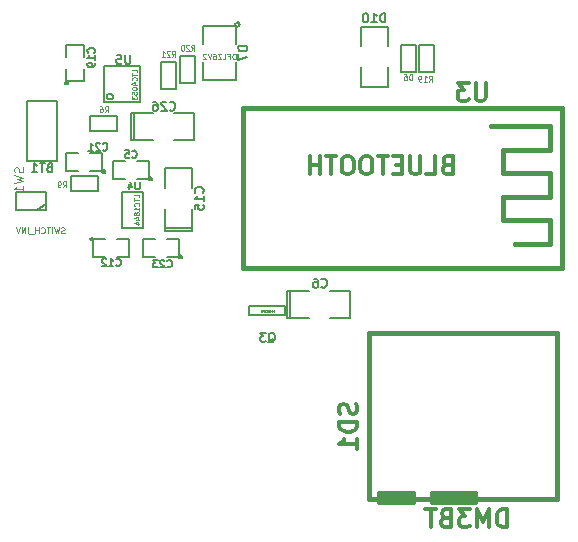
<source format=gbo>
G04 (created by PCBNEW-RS274X (2012-jan-04)-stable) date lun 03 giu 2013 23:00:55 CEST*
G01*
G70*
G90*
%MOIN*%
G04 Gerber Fmt 3.4, Leading zero omitted, Abs format*
%FSLAX34Y34*%
G04 APERTURE LIST*
%ADD10C,0.006000*%
%ADD11C,0.005000*%
%ADD12C,0.015000*%
%ADD13C,0.008000*%
%ADD14C,0.004500*%
%ADD15C,0.012000*%
%ADD16C,0.004100*%
%ADD17C,0.007500*%
%ADD18C,0.001600*%
%ADD19C,0.002200*%
%ADD20C,0.004600*%
%ADD21C,0.003000*%
G04 APERTURE END LIST*
G54D10*
G54D11*
X08883Y-07284D02*
X07983Y-07284D01*
X07983Y-07284D02*
X07983Y-07784D01*
X07983Y-07784D02*
X08883Y-07784D01*
X08883Y-07784D02*
X08883Y-07284D01*
G54D12*
X21739Y-07615D02*
X21345Y-07615D01*
X21739Y-07615D02*
X23314Y-07615D01*
X23314Y-07615D02*
X23314Y-08403D01*
X23314Y-08403D02*
X21739Y-08403D01*
X21739Y-08403D02*
X21739Y-09190D01*
X21739Y-09190D02*
X23314Y-09190D01*
X23314Y-09190D02*
X23314Y-09978D01*
X23314Y-09978D02*
X21739Y-09978D01*
X21739Y-09978D02*
X21739Y-10765D01*
X21739Y-10765D02*
X23314Y-10765D01*
X23314Y-10765D02*
X23314Y-11553D01*
X23314Y-11553D02*
X22133Y-11553D01*
X23707Y-07025D02*
X23707Y-07222D01*
X13076Y-07025D02*
X13076Y-07222D01*
X23708Y-12340D02*
X23708Y-07222D01*
X23708Y-07025D02*
X13078Y-07025D01*
X13076Y-07222D02*
X13076Y-12340D01*
X13078Y-12340D02*
X23708Y-12340D01*
X19357Y-20119D02*
X19357Y-19882D01*
X20814Y-19882D02*
X20814Y-20119D01*
X18649Y-19961D02*
X17704Y-19961D01*
X20735Y-19961D02*
X19476Y-19961D01*
X19476Y-19961D02*
X19436Y-20119D01*
X19436Y-20119D02*
X20735Y-20119D01*
X18727Y-19843D02*
X17586Y-19843D01*
X17586Y-19843D02*
X17586Y-20158D01*
X17586Y-20158D02*
X18727Y-20158D01*
X18727Y-20158D02*
X18727Y-19843D01*
X20814Y-20158D02*
X19357Y-20158D01*
X19357Y-19843D02*
X20814Y-19843D01*
X23531Y-20040D02*
X23058Y-20040D01*
X23137Y-14528D02*
X23530Y-14528D01*
X23176Y-14528D02*
X17271Y-14528D01*
X17271Y-14528D02*
X17271Y-20040D01*
X17271Y-20040D02*
X23176Y-20040D01*
X23530Y-20040D02*
X23530Y-14528D01*
G54D11*
X07333Y-09784D02*
X08233Y-09784D01*
X08233Y-09784D02*
X08233Y-09284D01*
X08233Y-09284D02*
X07333Y-09284D01*
X07333Y-09284D02*
X07333Y-09784D01*
X09733Y-09834D02*
X09033Y-09834D01*
X09033Y-09834D02*
X09033Y-11034D01*
X09033Y-11034D02*
X09733Y-11034D01*
X09733Y-11034D02*
X09733Y-09834D01*
X19442Y-05805D02*
X19442Y-04905D01*
X19442Y-04905D02*
X18942Y-04905D01*
X18942Y-04905D02*
X18942Y-05805D01*
X18942Y-05805D02*
X19442Y-05805D01*
X13283Y-13934D02*
X14483Y-13934D01*
X14483Y-13934D02*
X14483Y-13634D01*
X14483Y-13634D02*
X13283Y-13634D01*
X13283Y-13634D02*
X13283Y-13934D01*
X10983Y-05284D02*
X10983Y-06184D01*
X10983Y-06184D02*
X11483Y-06184D01*
X11483Y-06184D02*
X11483Y-05284D01*
X11483Y-05284D02*
X10983Y-05284D01*
X10333Y-05484D02*
X10333Y-06384D01*
X10333Y-06384D02*
X10833Y-06384D01*
X10833Y-06384D02*
X10833Y-05484D01*
X10833Y-05484D02*
X10333Y-05484D01*
G54D13*
X08733Y-06634D02*
X08731Y-06653D01*
X08725Y-06672D01*
X08716Y-06689D01*
X08703Y-06704D01*
X08688Y-06716D01*
X08671Y-06726D01*
X08653Y-06731D01*
X08633Y-06733D01*
X08615Y-06732D01*
X08596Y-06726D01*
X08579Y-06717D01*
X08564Y-06705D01*
X08551Y-06690D01*
X08542Y-06673D01*
X08536Y-06654D01*
X08534Y-06635D01*
X08535Y-06616D01*
X08541Y-06598D01*
X08549Y-06580D01*
X08562Y-06565D01*
X08576Y-06552D01*
X08593Y-06543D01*
X08612Y-06537D01*
X08631Y-06535D01*
X08650Y-06536D01*
X08669Y-06541D01*
X08686Y-06550D01*
X08701Y-06562D01*
X08714Y-06577D01*
X08724Y-06594D01*
X08730Y-06612D01*
X08732Y-06632D01*
X08733Y-06634D01*
X08433Y-05634D02*
X08433Y-06834D01*
X08433Y-06834D02*
X09633Y-06834D01*
X09633Y-06834D02*
X09633Y-05634D01*
X09633Y-05634D02*
X08433Y-05634D01*
G54D10*
X05883Y-08784D02*
X06883Y-08784D01*
X06883Y-08784D02*
X06883Y-06784D01*
X06883Y-06784D02*
X05883Y-06784D01*
X05883Y-06784D02*
X05883Y-08784D01*
G54D11*
X12953Y-04234D02*
X12951Y-04247D01*
X12947Y-04260D01*
X12941Y-04272D01*
X12932Y-04283D01*
X12922Y-04292D01*
X12910Y-04298D01*
X12897Y-04302D01*
X12883Y-04303D01*
X12870Y-04302D01*
X12857Y-04298D01*
X12845Y-04292D01*
X12835Y-04284D01*
X12826Y-04273D01*
X12819Y-04261D01*
X12815Y-04248D01*
X12814Y-04234D01*
X12815Y-04222D01*
X12818Y-04209D01*
X12825Y-04197D01*
X12833Y-04186D01*
X12844Y-04177D01*
X12855Y-04170D01*
X12868Y-04166D01*
X12882Y-04165D01*
X12895Y-04166D01*
X12908Y-04169D01*
X12920Y-04175D01*
X12931Y-04184D01*
X12940Y-04194D01*
X12946Y-04206D01*
X12951Y-04219D01*
X12952Y-04233D01*
X12953Y-04234D01*
X11733Y-04884D02*
X11733Y-04284D01*
X11733Y-04284D02*
X12833Y-04284D01*
X12833Y-04284D02*
X12833Y-04884D01*
X12833Y-05484D02*
X12833Y-06084D01*
X12833Y-06084D02*
X11733Y-06084D01*
X11733Y-06084D02*
X11733Y-05484D01*
X09433Y-08084D02*
X09333Y-08084D01*
X09333Y-08084D02*
X09333Y-07184D01*
X09333Y-07184D02*
X09433Y-07184D01*
X09433Y-08084D02*
X09433Y-07184D01*
X09433Y-07184D02*
X10083Y-07184D01*
X10783Y-08084D02*
X11433Y-08084D01*
X11433Y-08084D02*
X11433Y-07184D01*
X11433Y-07184D02*
X10783Y-07184D01*
X10083Y-08084D02*
X09433Y-08084D01*
X08483Y-09134D02*
X08482Y-09143D01*
X08479Y-09153D01*
X08474Y-09161D01*
X08468Y-09169D01*
X08460Y-09175D01*
X08452Y-09180D01*
X08443Y-09182D01*
X08433Y-09183D01*
X08424Y-09183D01*
X08415Y-09180D01*
X08406Y-09175D01*
X08399Y-09169D01*
X08392Y-09162D01*
X08388Y-09153D01*
X08385Y-09144D01*
X08384Y-09134D01*
X08384Y-09125D01*
X08387Y-09116D01*
X08391Y-09107D01*
X08398Y-09100D01*
X08405Y-09093D01*
X08413Y-09089D01*
X08423Y-09086D01*
X08432Y-09085D01*
X08441Y-09085D01*
X08451Y-09088D01*
X08459Y-09092D01*
X08467Y-09098D01*
X08473Y-09106D01*
X08478Y-09114D01*
X08481Y-09123D01*
X08482Y-09133D01*
X08483Y-09134D01*
X07983Y-09134D02*
X08383Y-09134D01*
X08383Y-09134D02*
X08383Y-08534D01*
X08383Y-08534D02*
X07983Y-08534D01*
X07583Y-08534D02*
X07183Y-08534D01*
X07183Y-08534D02*
X07183Y-09134D01*
X07183Y-09134D02*
X07583Y-09134D01*
X11033Y-11984D02*
X11032Y-11993D01*
X11029Y-12003D01*
X11024Y-12011D01*
X11018Y-12019D01*
X11010Y-12025D01*
X11002Y-12030D01*
X10993Y-12032D01*
X10983Y-12033D01*
X10974Y-12033D01*
X10965Y-12030D01*
X10956Y-12025D01*
X10949Y-12019D01*
X10942Y-12012D01*
X10938Y-12003D01*
X10935Y-11994D01*
X10934Y-11984D01*
X10934Y-11975D01*
X10937Y-11966D01*
X10941Y-11957D01*
X10948Y-11950D01*
X10955Y-11943D01*
X10963Y-11939D01*
X10973Y-11936D01*
X10982Y-11935D01*
X10991Y-11935D01*
X11001Y-11938D01*
X11009Y-11942D01*
X11017Y-11948D01*
X11023Y-11956D01*
X11028Y-11964D01*
X11031Y-11973D01*
X11032Y-11983D01*
X11033Y-11984D01*
X10533Y-11984D02*
X10933Y-11984D01*
X10933Y-11984D02*
X10933Y-11384D01*
X10933Y-11384D02*
X10533Y-11384D01*
X10133Y-11384D02*
X09733Y-11384D01*
X09733Y-11384D02*
X09733Y-11984D01*
X09733Y-11984D02*
X10133Y-11984D01*
X18324Y-04912D02*
X18324Y-05812D01*
X18324Y-05812D02*
X18824Y-05812D01*
X18824Y-05812D02*
X18824Y-04912D01*
X18824Y-04912D02*
X18324Y-04912D01*
X10033Y-09384D02*
X10032Y-09393D01*
X10029Y-09403D01*
X10024Y-09411D01*
X10018Y-09419D01*
X10010Y-09425D01*
X10002Y-09430D01*
X09993Y-09432D01*
X09983Y-09433D01*
X09974Y-09433D01*
X09965Y-09430D01*
X09956Y-09425D01*
X09949Y-09419D01*
X09942Y-09412D01*
X09938Y-09403D01*
X09935Y-09394D01*
X09934Y-09384D01*
X09934Y-09375D01*
X09937Y-09366D01*
X09941Y-09357D01*
X09948Y-09350D01*
X09955Y-09343D01*
X09963Y-09339D01*
X09973Y-09336D01*
X09982Y-09335D01*
X09991Y-09335D01*
X10001Y-09338D01*
X10009Y-09342D01*
X10017Y-09348D01*
X10023Y-09356D01*
X10028Y-09364D01*
X10031Y-09373D01*
X10032Y-09383D01*
X10033Y-09384D01*
X09533Y-09384D02*
X09933Y-09384D01*
X09933Y-09384D02*
X09933Y-08784D01*
X09933Y-08784D02*
X09533Y-08784D01*
X09133Y-08784D02*
X08733Y-08784D01*
X08733Y-08784D02*
X08733Y-09384D01*
X08733Y-09384D02*
X09133Y-09384D01*
X14633Y-14034D02*
X14533Y-14034D01*
X14533Y-14034D02*
X14533Y-13134D01*
X14533Y-13134D02*
X14633Y-13134D01*
X14633Y-14034D02*
X14633Y-13134D01*
X14633Y-13134D02*
X15283Y-13134D01*
X15983Y-14034D02*
X16633Y-14034D01*
X16633Y-14034D02*
X16633Y-13134D01*
X16633Y-13134D02*
X15983Y-13134D01*
X15283Y-14034D02*
X14633Y-14034D01*
X08083Y-11384D02*
X08082Y-11393D01*
X08079Y-11403D01*
X08074Y-11411D01*
X08068Y-11419D01*
X08060Y-11425D01*
X08052Y-11430D01*
X08043Y-11432D01*
X08033Y-11433D01*
X08024Y-11433D01*
X08015Y-11430D01*
X08006Y-11425D01*
X07999Y-11419D01*
X07992Y-11412D01*
X07988Y-11403D01*
X07985Y-11394D01*
X07984Y-11384D01*
X07984Y-11375D01*
X07987Y-11366D01*
X07991Y-11357D01*
X07998Y-11350D01*
X08005Y-11343D01*
X08013Y-11339D01*
X08023Y-11336D01*
X08032Y-11335D01*
X08041Y-11335D01*
X08051Y-11338D01*
X08059Y-11342D01*
X08067Y-11348D01*
X08073Y-11356D01*
X08078Y-11364D01*
X08081Y-11373D01*
X08082Y-11383D01*
X08083Y-11384D01*
X08483Y-11384D02*
X08083Y-11384D01*
X08083Y-11384D02*
X08083Y-11984D01*
X08083Y-11984D02*
X08483Y-11984D01*
X08883Y-11984D02*
X09283Y-11984D01*
X09283Y-11984D02*
X09283Y-11384D01*
X09283Y-11384D02*
X08883Y-11384D01*
X11383Y-11034D02*
X11383Y-11134D01*
X11383Y-11134D02*
X10483Y-11134D01*
X10483Y-11134D02*
X10483Y-11034D01*
X11383Y-11034D02*
X10483Y-11034D01*
X10483Y-11034D02*
X10483Y-10384D01*
X11383Y-09684D02*
X11383Y-09034D01*
X11383Y-09034D02*
X10483Y-09034D01*
X10483Y-09034D02*
X10483Y-09684D01*
X11383Y-10384D02*
X11383Y-11034D01*
X07233Y-06184D02*
X07232Y-06193D01*
X07229Y-06203D01*
X07224Y-06211D01*
X07218Y-06219D01*
X07210Y-06225D01*
X07202Y-06230D01*
X07193Y-06232D01*
X07183Y-06233D01*
X07174Y-06233D01*
X07165Y-06230D01*
X07156Y-06225D01*
X07149Y-06219D01*
X07142Y-06212D01*
X07138Y-06203D01*
X07135Y-06194D01*
X07134Y-06184D01*
X07134Y-06175D01*
X07137Y-06166D01*
X07141Y-06157D01*
X07148Y-06150D01*
X07155Y-06143D01*
X07163Y-06139D01*
X07173Y-06136D01*
X07182Y-06135D01*
X07191Y-06135D01*
X07201Y-06138D01*
X07209Y-06142D01*
X07217Y-06148D01*
X07223Y-06156D01*
X07228Y-06164D01*
X07231Y-06173D01*
X07232Y-06183D01*
X07233Y-06184D01*
X07183Y-05734D02*
X07183Y-06134D01*
X07183Y-06134D02*
X07783Y-06134D01*
X07783Y-06134D02*
X07783Y-05734D01*
X07783Y-05334D02*
X07783Y-04934D01*
X07783Y-04934D02*
X07183Y-04934D01*
X07183Y-04934D02*
X07183Y-05334D01*
X17894Y-06303D02*
X16994Y-06303D01*
X16994Y-06303D02*
X16994Y-05653D01*
X17894Y-04953D02*
X17894Y-04303D01*
X17894Y-04303D02*
X16994Y-04303D01*
X16994Y-04303D02*
X16994Y-04953D01*
X17894Y-05653D02*
X17894Y-06303D01*
X06192Y-10434D02*
X06492Y-10234D01*
X05492Y-10434D02*
X06517Y-10434D01*
X06517Y-10434D02*
X06517Y-09834D01*
X06517Y-09834D02*
X05492Y-09834D01*
X05492Y-09834D02*
X05492Y-10434D01*
G54D14*
X08462Y-07165D02*
X08522Y-07070D01*
X08565Y-07165D02*
X08565Y-06965D01*
X08497Y-06965D01*
X08479Y-06974D01*
X08471Y-06984D01*
X08462Y-07003D01*
X08462Y-07032D01*
X08471Y-07051D01*
X08479Y-07060D01*
X08497Y-07070D01*
X08565Y-07070D01*
X08308Y-06965D02*
X08342Y-06965D01*
X08359Y-06974D01*
X08368Y-06984D01*
X08385Y-07013D01*
X08394Y-07051D01*
X08394Y-07127D01*
X08385Y-07146D01*
X08377Y-07155D01*
X08359Y-07165D01*
X08325Y-07165D01*
X08308Y-07155D01*
X08299Y-07146D01*
X08291Y-07127D01*
X08291Y-07079D01*
X08299Y-07060D01*
X08308Y-07051D01*
X08325Y-07041D01*
X08359Y-07041D01*
X08377Y-07051D01*
X08385Y-07060D01*
X08394Y-07079D01*
G54D15*
X21165Y-06183D02*
X21165Y-06669D01*
X21137Y-06726D01*
X21108Y-06754D01*
X21051Y-06783D01*
X20937Y-06783D01*
X20879Y-06754D01*
X20851Y-06726D01*
X20822Y-06669D01*
X20822Y-06183D01*
X20593Y-06183D02*
X20222Y-06183D01*
X20422Y-06411D01*
X20336Y-06411D01*
X20279Y-06440D01*
X20250Y-06469D01*
X20222Y-06526D01*
X20222Y-06669D01*
X20250Y-06726D01*
X20279Y-06754D01*
X20336Y-06783D01*
X20508Y-06783D01*
X20565Y-06754D01*
X20593Y-06726D01*
X19869Y-08913D02*
X19783Y-08941D01*
X19755Y-08970D01*
X19726Y-09027D01*
X19726Y-09113D01*
X19755Y-09170D01*
X19783Y-09198D01*
X19841Y-09227D01*
X20069Y-09227D01*
X20069Y-08627D01*
X19869Y-08627D01*
X19812Y-08655D01*
X19783Y-08684D01*
X19755Y-08741D01*
X19755Y-08798D01*
X19783Y-08855D01*
X19812Y-08884D01*
X19869Y-08913D01*
X20069Y-08913D01*
X19183Y-09227D02*
X19469Y-09227D01*
X19469Y-08627D01*
X18983Y-08627D02*
X18983Y-09113D01*
X18955Y-09170D01*
X18926Y-09198D01*
X18869Y-09227D01*
X18755Y-09227D01*
X18697Y-09198D01*
X18669Y-09170D01*
X18640Y-09113D01*
X18640Y-08627D01*
X18354Y-08913D02*
X18154Y-08913D01*
X18068Y-09227D02*
X18354Y-09227D01*
X18354Y-08627D01*
X18068Y-08627D01*
X17897Y-08627D02*
X17554Y-08627D01*
X17725Y-09227D02*
X17725Y-08627D01*
X17240Y-08627D02*
X17126Y-08627D01*
X17068Y-08655D01*
X17011Y-08713D01*
X16983Y-08827D01*
X16983Y-09027D01*
X17011Y-09141D01*
X17068Y-09198D01*
X17126Y-09227D01*
X17240Y-09227D01*
X17297Y-09198D01*
X17354Y-09141D01*
X17383Y-09027D01*
X17383Y-08827D01*
X17354Y-08713D01*
X17297Y-08655D01*
X17240Y-08627D01*
X16611Y-08627D02*
X16497Y-08627D01*
X16439Y-08655D01*
X16382Y-08713D01*
X16354Y-08827D01*
X16354Y-09027D01*
X16382Y-09141D01*
X16439Y-09198D01*
X16497Y-09227D01*
X16611Y-09227D01*
X16668Y-09198D01*
X16725Y-09141D01*
X16754Y-09027D01*
X16754Y-08827D01*
X16725Y-08713D01*
X16668Y-08655D01*
X16611Y-08627D01*
X16182Y-08627D02*
X15839Y-08627D01*
X16010Y-09227D02*
X16010Y-08627D01*
X15639Y-09227D02*
X15639Y-08627D01*
X15639Y-08913D02*
X15296Y-08913D01*
X15296Y-09227D02*
X15296Y-08627D01*
X16847Y-16877D02*
X16876Y-16963D01*
X16876Y-17106D01*
X16847Y-17163D01*
X16819Y-17192D01*
X16762Y-17220D01*
X16704Y-17220D01*
X16647Y-17192D01*
X16619Y-17163D01*
X16590Y-17106D01*
X16562Y-16992D01*
X16533Y-16934D01*
X16504Y-16906D01*
X16447Y-16877D01*
X16390Y-16877D01*
X16333Y-16906D01*
X16304Y-16934D01*
X16276Y-16992D01*
X16276Y-17134D01*
X16304Y-17220D01*
X16876Y-17477D02*
X16276Y-17477D01*
X16276Y-17620D01*
X16304Y-17705D01*
X16362Y-17763D01*
X16419Y-17791D01*
X16533Y-17820D01*
X16619Y-17820D01*
X16733Y-17791D01*
X16790Y-17763D01*
X16847Y-17705D01*
X16876Y-17620D01*
X16876Y-17477D01*
X16876Y-18391D02*
X16876Y-18048D01*
X16876Y-18220D02*
X16276Y-18220D01*
X16362Y-18163D01*
X16419Y-18105D01*
X16447Y-18048D01*
X21865Y-20995D02*
X21865Y-20395D01*
X21722Y-20395D01*
X21637Y-20423D01*
X21579Y-20481D01*
X21551Y-20538D01*
X21522Y-20652D01*
X21522Y-20738D01*
X21551Y-20852D01*
X21579Y-20909D01*
X21637Y-20966D01*
X21722Y-20995D01*
X21865Y-20995D01*
X21265Y-20995D02*
X21265Y-20395D01*
X21065Y-20823D01*
X20865Y-20395D01*
X20865Y-20995D01*
X20636Y-20395D02*
X20265Y-20395D01*
X20465Y-20623D01*
X20379Y-20623D01*
X20322Y-20652D01*
X20293Y-20681D01*
X20265Y-20738D01*
X20265Y-20881D01*
X20293Y-20938D01*
X20322Y-20966D01*
X20379Y-20995D01*
X20551Y-20995D01*
X20608Y-20966D01*
X20636Y-20938D01*
X19808Y-20681D02*
X19722Y-20709D01*
X19694Y-20738D01*
X19665Y-20795D01*
X19665Y-20881D01*
X19694Y-20938D01*
X19722Y-20966D01*
X19780Y-20995D01*
X20008Y-20995D01*
X20008Y-20395D01*
X19808Y-20395D01*
X19751Y-20423D01*
X19722Y-20452D01*
X19694Y-20509D01*
X19694Y-20566D01*
X19722Y-20623D01*
X19751Y-20652D01*
X19808Y-20681D01*
X20008Y-20681D01*
X19494Y-20395D02*
X19151Y-20395D01*
X19322Y-20995D02*
X19322Y-20395D01*
G54D14*
X07062Y-09665D02*
X07122Y-09570D01*
X07165Y-09665D02*
X07165Y-09465D01*
X07097Y-09465D01*
X07079Y-09474D01*
X07071Y-09484D01*
X07062Y-09503D01*
X07062Y-09532D01*
X07071Y-09551D01*
X07079Y-09560D01*
X07097Y-09570D01*
X07165Y-09570D01*
X06977Y-09665D02*
X06942Y-09665D01*
X06925Y-09655D01*
X06917Y-09646D01*
X06899Y-09617D01*
X06891Y-09579D01*
X06891Y-09503D01*
X06899Y-09484D01*
X06908Y-09474D01*
X06925Y-09465D01*
X06959Y-09465D01*
X06977Y-09474D01*
X06985Y-09484D01*
X06994Y-09503D01*
X06994Y-09551D01*
X06985Y-09570D01*
X06977Y-09579D01*
X06959Y-09589D01*
X06925Y-09589D01*
X06908Y-09579D01*
X06899Y-09570D01*
X06891Y-09551D01*
G54D11*
X09623Y-09485D02*
X09623Y-09688D01*
X09612Y-09711D01*
X09600Y-09723D01*
X09576Y-09735D01*
X09528Y-09735D01*
X09504Y-09723D01*
X09493Y-09711D01*
X09481Y-09688D01*
X09481Y-09485D01*
X09254Y-09569D02*
X09254Y-09735D01*
X09314Y-09473D02*
X09373Y-09652D01*
X09219Y-09652D01*
G54D16*
X09610Y-10001D02*
X09610Y-09922D01*
X09443Y-09922D01*
X09443Y-10033D02*
X09443Y-10128D01*
X09610Y-10081D02*
X09443Y-10081D01*
X09594Y-10279D02*
X09602Y-10271D01*
X09610Y-10247D01*
X09610Y-10231D01*
X09602Y-10208D01*
X09586Y-10192D01*
X09570Y-10184D01*
X09539Y-10176D01*
X09515Y-10176D01*
X09483Y-10184D01*
X09467Y-10192D01*
X09451Y-10208D01*
X09443Y-10231D01*
X09443Y-10247D01*
X09451Y-10271D01*
X09459Y-10279D01*
X09610Y-10438D02*
X09610Y-10343D01*
X09610Y-10391D02*
X09443Y-10391D01*
X09467Y-10375D01*
X09483Y-10359D01*
X09491Y-10343D01*
X09515Y-10534D02*
X09507Y-10518D01*
X09499Y-10510D01*
X09483Y-10502D01*
X09475Y-10502D01*
X09459Y-10510D01*
X09451Y-10518D01*
X09443Y-10534D01*
X09443Y-10565D01*
X09451Y-10581D01*
X09459Y-10589D01*
X09475Y-10597D01*
X09483Y-10597D01*
X09499Y-10589D01*
X09507Y-10581D01*
X09515Y-10565D01*
X09515Y-10534D01*
X09523Y-10518D01*
X09531Y-10510D01*
X09546Y-10502D01*
X09578Y-10502D01*
X09594Y-10510D01*
X09602Y-10518D01*
X09610Y-10534D01*
X09610Y-10565D01*
X09602Y-10581D01*
X09594Y-10589D01*
X09578Y-10597D01*
X09546Y-10597D01*
X09531Y-10589D01*
X09523Y-10581D01*
X09515Y-10565D01*
X09499Y-10740D02*
X09610Y-10740D01*
X09435Y-10701D02*
X09554Y-10661D01*
X09554Y-10764D01*
X09499Y-10899D02*
X09610Y-10899D01*
X09435Y-10860D02*
X09554Y-10820D01*
X09554Y-10923D01*
G54D14*
X19257Y-06136D02*
X19317Y-06041D01*
X19360Y-06136D02*
X19360Y-05936D01*
X19292Y-05936D01*
X19274Y-05945D01*
X19266Y-05955D01*
X19257Y-05974D01*
X19257Y-06003D01*
X19266Y-06022D01*
X19274Y-06031D01*
X19292Y-06041D01*
X19360Y-06041D01*
X19086Y-06136D02*
X19189Y-06136D01*
X19137Y-06136D02*
X19137Y-05936D01*
X19154Y-05965D01*
X19172Y-05984D01*
X19189Y-05993D01*
X19001Y-06136D02*
X18966Y-06136D01*
X18949Y-06126D01*
X18941Y-06117D01*
X18923Y-06088D01*
X18915Y-06050D01*
X18915Y-05974D01*
X18923Y-05955D01*
X18932Y-05945D01*
X18949Y-05936D01*
X18983Y-05936D01*
X19001Y-05945D01*
X19009Y-05955D01*
X19018Y-05974D01*
X19018Y-06022D01*
X19009Y-06041D01*
X19001Y-06050D01*
X18983Y-06060D01*
X18949Y-06060D01*
X18932Y-06050D01*
X18923Y-06041D01*
X18915Y-06022D01*
G54D17*
X13912Y-14834D02*
X13940Y-14820D01*
X13969Y-14791D01*
X14012Y-14748D01*
X14040Y-14734D01*
X14069Y-14734D01*
X14054Y-14805D02*
X14083Y-14791D01*
X14112Y-14763D01*
X14126Y-14705D01*
X14126Y-14605D01*
X14112Y-14548D01*
X14083Y-14520D01*
X14054Y-14505D01*
X13997Y-14505D01*
X13969Y-14520D01*
X13940Y-14548D01*
X13926Y-14605D01*
X13926Y-14705D01*
X13940Y-14763D01*
X13969Y-14791D01*
X13997Y-14805D01*
X14054Y-14805D01*
X13826Y-14505D02*
X13640Y-14505D01*
X13740Y-14620D01*
X13698Y-14620D01*
X13669Y-14634D01*
X13655Y-14648D01*
X13640Y-14677D01*
X13640Y-14748D01*
X13655Y-14777D01*
X13669Y-14791D01*
X13698Y-14805D01*
X13783Y-14805D01*
X13812Y-14791D01*
X13826Y-14777D01*
G54D18*
X14092Y-13810D02*
X14092Y-13746D01*
X14070Y-13792D01*
X14049Y-13746D01*
X14049Y-13810D01*
X14019Y-13810D02*
X14019Y-13746D01*
X13997Y-13792D01*
X13976Y-13746D01*
X13976Y-13810D01*
X13924Y-13776D02*
X13915Y-13779D01*
X13912Y-13782D01*
X13909Y-13789D01*
X13909Y-13798D01*
X13912Y-13804D01*
X13915Y-13807D01*
X13921Y-13810D01*
X13946Y-13810D01*
X13946Y-13746D01*
X13924Y-13746D01*
X13918Y-13749D01*
X13915Y-13752D01*
X13912Y-13758D01*
X13912Y-13764D01*
X13915Y-13770D01*
X13918Y-13773D01*
X13924Y-13776D01*
X13946Y-13776D01*
X13860Y-13776D02*
X13882Y-13776D01*
X13882Y-13810D02*
X13882Y-13746D01*
X13851Y-13746D01*
X13793Y-13810D02*
X13830Y-13810D01*
X13812Y-13810D02*
X13812Y-13746D01*
X13818Y-13755D01*
X13824Y-13761D01*
X13830Y-13764D01*
X13772Y-13746D02*
X13729Y-13746D01*
X13757Y-13810D01*
X13693Y-13746D02*
X13686Y-13746D01*
X13680Y-13749D01*
X13677Y-13752D01*
X13674Y-13758D01*
X13671Y-13770D01*
X13671Y-13786D01*
X13674Y-13798D01*
X13677Y-13804D01*
X13680Y-13807D01*
X13686Y-13810D01*
X13693Y-13810D01*
X13699Y-13807D01*
X13702Y-13804D01*
X13705Y-13798D01*
X13708Y-13786D01*
X13708Y-13770D01*
X13705Y-13758D01*
X13702Y-13752D01*
X13699Y-13749D01*
X13693Y-13746D01*
G54D14*
X11348Y-05115D02*
X11408Y-05020D01*
X11451Y-05115D02*
X11451Y-04915D01*
X11383Y-04915D01*
X11365Y-04924D01*
X11357Y-04934D01*
X11348Y-04953D01*
X11348Y-04982D01*
X11357Y-05001D01*
X11365Y-05010D01*
X11383Y-05020D01*
X11451Y-05020D01*
X11280Y-04934D02*
X11271Y-04924D01*
X11254Y-04915D01*
X11211Y-04915D01*
X11194Y-04924D01*
X11185Y-04934D01*
X11177Y-04953D01*
X11177Y-04972D01*
X11185Y-05001D01*
X11288Y-05115D01*
X11177Y-05115D01*
X11066Y-04915D02*
X11049Y-04915D01*
X11032Y-04924D01*
X11023Y-04934D01*
X11014Y-04953D01*
X11006Y-04991D01*
X11006Y-05039D01*
X11014Y-05077D01*
X11023Y-05096D01*
X11032Y-05105D01*
X11049Y-05115D01*
X11066Y-05115D01*
X11083Y-05105D01*
X11092Y-05096D01*
X11100Y-05077D01*
X11109Y-05039D01*
X11109Y-04991D01*
X11100Y-04953D01*
X11092Y-04934D01*
X11083Y-04924D01*
X11066Y-04915D01*
X10698Y-05315D02*
X10758Y-05220D01*
X10801Y-05315D02*
X10801Y-05115D01*
X10733Y-05115D01*
X10715Y-05124D01*
X10707Y-05134D01*
X10698Y-05153D01*
X10698Y-05182D01*
X10707Y-05201D01*
X10715Y-05210D01*
X10733Y-05220D01*
X10801Y-05220D01*
X10630Y-05134D02*
X10621Y-05124D01*
X10604Y-05115D01*
X10561Y-05115D01*
X10544Y-05124D01*
X10535Y-05134D01*
X10527Y-05153D01*
X10527Y-05172D01*
X10535Y-05201D01*
X10638Y-05315D01*
X10527Y-05315D01*
X10356Y-05315D02*
X10459Y-05315D01*
X10407Y-05315D02*
X10407Y-05115D01*
X10424Y-05144D01*
X10442Y-05163D01*
X10459Y-05172D01*
G54D10*
X09312Y-05255D02*
X09312Y-05498D01*
X09297Y-05527D01*
X09283Y-05541D01*
X09254Y-05555D01*
X09197Y-05555D01*
X09169Y-05541D01*
X09154Y-05527D01*
X09140Y-05498D01*
X09140Y-05255D01*
X08855Y-05255D02*
X08998Y-05255D01*
X09012Y-05398D01*
X08998Y-05384D01*
X08969Y-05370D01*
X08898Y-05370D01*
X08869Y-05384D01*
X08855Y-05398D01*
X08840Y-05427D01*
X08840Y-05498D01*
X08855Y-05527D01*
X08869Y-05541D01*
X08898Y-05555D01*
X08969Y-05555D01*
X08998Y-05541D01*
X09012Y-05527D01*
G54D19*
X09527Y-05826D02*
X09527Y-05747D01*
X09360Y-05747D01*
X09360Y-05857D02*
X09360Y-05952D01*
X09527Y-05904D02*
X09360Y-05904D01*
X09511Y-06101D02*
X09519Y-06093D01*
X09527Y-06070D01*
X09527Y-06054D01*
X09519Y-06030D01*
X09503Y-06014D01*
X09487Y-06007D01*
X09456Y-05999D01*
X09432Y-05999D01*
X09400Y-06007D01*
X09384Y-06014D01*
X09368Y-06030D01*
X09360Y-06054D01*
X09360Y-06070D01*
X09368Y-06093D01*
X09376Y-06101D01*
X09416Y-06244D02*
X09527Y-06244D01*
X09352Y-06204D02*
X09471Y-06165D01*
X09471Y-06267D01*
X09360Y-06362D02*
X09360Y-06378D01*
X09368Y-06394D01*
X09376Y-06402D01*
X09392Y-06410D01*
X09424Y-06417D01*
X09463Y-06417D01*
X09495Y-06410D01*
X09511Y-06402D01*
X09519Y-06394D01*
X09527Y-06378D01*
X09527Y-06362D01*
X09519Y-06346D01*
X09511Y-06338D01*
X09495Y-06331D01*
X09463Y-06323D01*
X09424Y-06323D01*
X09392Y-06331D01*
X09376Y-06338D01*
X09368Y-06346D01*
X09360Y-06362D01*
X09360Y-06568D02*
X09360Y-06489D01*
X09440Y-06481D01*
X09432Y-06489D01*
X09424Y-06504D01*
X09424Y-06544D01*
X09432Y-06560D01*
X09440Y-06568D01*
X09456Y-06575D01*
X09495Y-06575D01*
X09511Y-06568D01*
X09519Y-06560D01*
X09527Y-06544D01*
X09527Y-06504D01*
X09519Y-06489D01*
X09511Y-06481D01*
X09360Y-06631D02*
X09360Y-06733D01*
X09424Y-06678D01*
X09424Y-06702D01*
X09432Y-06718D01*
X09440Y-06726D01*
X09456Y-06733D01*
X09495Y-06733D01*
X09511Y-06726D01*
X09519Y-06718D01*
X09527Y-06702D01*
X09527Y-06654D01*
X09519Y-06639D01*
X09511Y-06631D01*
G54D10*
X06617Y-09000D02*
X06574Y-09015D01*
X06559Y-09029D01*
X06545Y-09057D01*
X06545Y-09100D01*
X06559Y-09129D01*
X06574Y-09143D01*
X06602Y-09157D01*
X06717Y-09157D01*
X06717Y-08857D01*
X06617Y-08857D01*
X06588Y-08872D01*
X06574Y-08886D01*
X06559Y-08915D01*
X06559Y-08943D01*
X06574Y-08972D01*
X06588Y-08986D01*
X06617Y-09000D01*
X06717Y-09000D01*
X06459Y-08857D02*
X06288Y-08857D01*
X06374Y-09157D02*
X06374Y-08857D01*
X06030Y-09157D02*
X06202Y-09157D01*
X06116Y-09157D02*
X06116Y-08857D01*
X06145Y-08900D01*
X06173Y-08929D01*
X06202Y-08943D01*
G54D11*
X13204Y-04962D02*
X12904Y-04962D01*
X12904Y-05034D01*
X12919Y-05077D01*
X12947Y-05105D01*
X12976Y-05120D01*
X13033Y-05134D01*
X13076Y-05134D01*
X13133Y-05120D01*
X13162Y-05105D01*
X13190Y-05077D01*
X13204Y-05034D01*
X13204Y-04962D01*
X12904Y-05234D02*
X12904Y-05434D01*
X13204Y-05305D01*
G54D20*
X12820Y-05389D02*
X12820Y-05207D01*
X12776Y-05207D01*
X12750Y-05215D01*
X12733Y-05233D01*
X12724Y-05250D01*
X12716Y-05285D01*
X12716Y-05311D01*
X12724Y-05345D01*
X12733Y-05363D01*
X12750Y-05380D01*
X12776Y-05389D01*
X12820Y-05389D01*
X12577Y-05293D02*
X12638Y-05293D01*
X12638Y-05389D02*
X12638Y-05207D01*
X12551Y-05207D01*
X12395Y-05389D02*
X12482Y-05389D01*
X12482Y-05207D01*
X12352Y-05207D02*
X12231Y-05207D01*
X12352Y-05389D01*
X12231Y-05389D01*
X12084Y-05207D02*
X12118Y-05207D01*
X12136Y-05215D01*
X12144Y-05224D01*
X12162Y-05250D01*
X12170Y-05285D01*
X12170Y-05354D01*
X12162Y-05371D01*
X12153Y-05380D01*
X12136Y-05389D01*
X12101Y-05389D01*
X12084Y-05380D01*
X12075Y-05371D01*
X12066Y-05354D01*
X12066Y-05311D01*
X12075Y-05293D01*
X12084Y-05285D01*
X12101Y-05276D01*
X12136Y-05276D01*
X12153Y-05285D01*
X12162Y-05293D01*
X12170Y-05311D01*
X12015Y-05207D02*
X11954Y-05389D01*
X11893Y-05207D01*
X11841Y-05224D02*
X11833Y-05215D01*
X11815Y-05207D01*
X11772Y-05207D01*
X11755Y-05215D01*
X11746Y-05224D01*
X11737Y-05241D01*
X11737Y-05259D01*
X11746Y-05285D01*
X11850Y-05389D01*
X11737Y-05389D01*
G54D11*
X10626Y-07077D02*
X10640Y-07091D01*
X10683Y-07105D01*
X10712Y-07105D01*
X10755Y-07091D01*
X10783Y-07063D01*
X10798Y-07034D01*
X10812Y-06977D01*
X10812Y-06934D01*
X10798Y-06877D01*
X10783Y-06848D01*
X10755Y-06820D01*
X10712Y-06805D01*
X10683Y-06805D01*
X10640Y-06820D01*
X10626Y-06834D01*
X10512Y-06834D02*
X10498Y-06820D01*
X10469Y-06805D01*
X10398Y-06805D01*
X10369Y-06820D01*
X10355Y-06834D01*
X10340Y-06863D01*
X10340Y-06891D01*
X10355Y-06934D01*
X10526Y-07105D01*
X10340Y-07105D01*
X10083Y-06805D02*
X10140Y-06805D01*
X10169Y-06820D01*
X10183Y-06834D01*
X10212Y-06877D01*
X10226Y-06934D01*
X10226Y-07048D01*
X10212Y-07077D01*
X10197Y-07091D01*
X10169Y-07105D01*
X10112Y-07105D01*
X10083Y-07091D01*
X10069Y-07077D01*
X10054Y-07048D01*
X10054Y-06977D01*
X10069Y-06948D01*
X10083Y-06934D01*
X10112Y-06920D01*
X10169Y-06920D01*
X10197Y-06934D01*
X10212Y-06948D01*
X10226Y-06977D01*
X08393Y-08412D02*
X08405Y-08424D01*
X08440Y-08436D01*
X08464Y-08436D01*
X08500Y-08424D01*
X08524Y-08400D01*
X08535Y-08377D01*
X08547Y-08329D01*
X08547Y-08293D01*
X08535Y-08246D01*
X08524Y-08222D01*
X08500Y-08198D01*
X08464Y-08186D01*
X08440Y-08186D01*
X08405Y-08198D01*
X08393Y-08210D01*
X08297Y-08210D02*
X08285Y-08198D01*
X08262Y-08186D01*
X08202Y-08186D01*
X08178Y-08198D01*
X08166Y-08210D01*
X08155Y-08234D01*
X08155Y-08258D01*
X08166Y-08293D01*
X08309Y-08436D01*
X08155Y-08436D01*
X07917Y-08436D02*
X08059Y-08436D01*
X07988Y-08436D02*
X07988Y-08186D01*
X08012Y-08222D01*
X08036Y-08246D01*
X08059Y-08258D01*
X10544Y-12311D02*
X10556Y-12323D01*
X10591Y-12335D01*
X10615Y-12335D01*
X10651Y-12323D01*
X10675Y-12299D01*
X10686Y-12276D01*
X10698Y-12228D01*
X10698Y-12192D01*
X10686Y-12145D01*
X10675Y-12121D01*
X10651Y-12097D01*
X10615Y-12085D01*
X10591Y-12085D01*
X10556Y-12097D01*
X10544Y-12109D01*
X10448Y-12109D02*
X10436Y-12097D01*
X10413Y-12085D01*
X10353Y-12085D01*
X10329Y-12097D01*
X10317Y-12109D01*
X10306Y-12133D01*
X10306Y-12157D01*
X10317Y-12192D01*
X10460Y-12335D01*
X10306Y-12335D01*
X10222Y-12085D02*
X10068Y-12085D01*
X10151Y-12180D01*
X10115Y-12180D01*
X10091Y-12192D01*
X10079Y-12204D01*
X10068Y-12228D01*
X10068Y-12288D01*
X10079Y-12311D01*
X10091Y-12323D01*
X10115Y-12335D01*
X10187Y-12335D01*
X10210Y-12323D01*
X10222Y-12311D01*
G54D14*
X18706Y-06093D02*
X18706Y-05893D01*
X18663Y-05893D01*
X18638Y-05902D01*
X18620Y-05922D01*
X18612Y-05941D01*
X18603Y-05979D01*
X18603Y-06007D01*
X18612Y-06045D01*
X18620Y-06064D01*
X18638Y-06083D01*
X18663Y-06093D01*
X18706Y-06093D01*
X18449Y-05893D02*
X18483Y-05893D01*
X18500Y-05902D01*
X18509Y-05912D01*
X18526Y-05941D01*
X18535Y-05979D01*
X18535Y-06055D01*
X18526Y-06074D01*
X18518Y-06083D01*
X18500Y-06093D01*
X18466Y-06093D01*
X18449Y-06083D01*
X18440Y-06074D01*
X18432Y-06055D01*
X18432Y-06007D01*
X18440Y-05988D01*
X18449Y-05979D01*
X18466Y-05969D01*
X18500Y-05969D01*
X18518Y-05979D01*
X18526Y-05988D01*
X18535Y-06007D01*
G54D11*
X09375Y-08661D02*
X09387Y-08673D01*
X09422Y-08685D01*
X09446Y-08685D01*
X09482Y-08673D01*
X09506Y-08649D01*
X09517Y-08626D01*
X09529Y-08578D01*
X09529Y-08542D01*
X09517Y-08495D01*
X09506Y-08471D01*
X09482Y-08447D01*
X09446Y-08435D01*
X09422Y-08435D01*
X09387Y-08447D01*
X09375Y-08459D01*
X09148Y-08435D02*
X09267Y-08435D01*
X09279Y-08554D01*
X09267Y-08542D01*
X09244Y-08530D01*
X09184Y-08530D01*
X09160Y-08542D01*
X09148Y-08554D01*
X09137Y-08578D01*
X09137Y-08638D01*
X09148Y-08661D01*
X09160Y-08673D01*
X09184Y-08685D01*
X09244Y-08685D01*
X09267Y-08673D01*
X09279Y-08661D01*
X15683Y-12977D02*
X15697Y-12991D01*
X15740Y-13005D01*
X15769Y-13005D01*
X15812Y-12991D01*
X15840Y-12963D01*
X15855Y-12934D01*
X15869Y-12877D01*
X15869Y-12834D01*
X15855Y-12777D01*
X15840Y-12748D01*
X15812Y-12720D01*
X15769Y-12705D01*
X15740Y-12705D01*
X15697Y-12720D01*
X15683Y-12734D01*
X15426Y-12705D02*
X15483Y-12705D01*
X15512Y-12720D01*
X15526Y-12734D01*
X15555Y-12777D01*
X15569Y-12834D01*
X15569Y-12948D01*
X15555Y-12977D01*
X15540Y-12991D01*
X15512Y-13005D01*
X15455Y-13005D01*
X15426Y-12991D01*
X15412Y-12977D01*
X15397Y-12948D01*
X15397Y-12877D01*
X15412Y-12848D01*
X15426Y-12834D01*
X15455Y-12820D01*
X15512Y-12820D01*
X15540Y-12834D01*
X15555Y-12848D01*
X15569Y-12877D01*
X08844Y-12261D02*
X08856Y-12273D01*
X08891Y-12285D01*
X08915Y-12285D01*
X08951Y-12273D01*
X08975Y-12249D01*
X08986Y-12226D01*
X08998Y-12178D01*
X08998Y-12142D01*
X08986Y-12095D01*
X08975Y-12071D01*
X08951Y-12047D01*
X08915Y-12035D01*
X08891Y-12035D01*
X08856Y-12047D01*
X08844Y-12059D01*
X08606Y-12285D02*
X08748Y-12285D01*
X08677Y-12285D02*
X08677Y-12035D01*
X08701Y-12071D01*
X08725Y-12095D01*
X08748Y-12107D01*
X08510Y-12059D02*
X08498Y-12047D01*
X08475Y-12035D01*
X08415Y-12035D01*
X08391Y-12047D01*
X08379Y-12059D01*
X08368Y-12083D01*
X08368Y-12107D01*
X08379Y-12142D01*
X08522Y-12285D01*
X08368Y-12285D01*
X11726Y-09841D02*
X11740Y-09827D01*
X11754Y-09784D01*
X11754Y-09755D01*
X11740Y-09712D01*
X11712Y-09684D01*
X11683Y-09669D01*
X11626Y-09655D01*
X11583Y-09655D01*
X11526Y-09669D01*
X11497Y-09684D01*
X11469Y-09712D01*
X11454Y-09755D01*
X11454Y-09784D01*
X11469Y-09827D01*
X11483Y-09841D01*
X11754Y-10127D02*
X11754Y-09955D01*
X11754Y-10041D02*
X11454Y-10041D01*
X11497Y-10012D01*
X11526Y-09984D01*
X11540Y-09955D01*
X11454Y-10398D02*
X11454Y-10255D01*
X11597Y-10241D01*
X11583Y-10255D01*
X11569Y-10284D01*
X11569Y-10355D01*
X11583Y-10384D01*
X11597Y-10398D01*
X11626Y-10413D01*
X11697Y-10413D01*
X11726Y-10398D01*
X11740Y-10384D01*
X11754Y-10355D01*
X11754Y-10284D01*
X11740Y-10255D01*
X11726Y-10241D01*
X08110Y-05173D02*
X08122Y-05161D01*
X08134Y-05126D01*
X08134Y-05102D01*
X08122Y-05066D01*
X08098Y-05042D01*
X08075Y-05031D01*
X08027Y-05019D01*
X07991Y-05019D01*
X07944Y-05031D01*
X07920Y-05042D01*
X07896Y-05066D01*
X07884Y-05102D01*
X07884Y-05126D01*
X07896Y-05161D01*
X07908Y-05173D01*
X08134Y-05411D02*
X08134Y-05269D01*
X08134Y-05340D02*
X07884Y-05340D01*
X07920Y-05316D01*
X07944Y-05292D01*
X07956Y-05269D01*
X08134Y-05530D02*
X08134Y-05578D01*
X08122Y-05602D01*
X08110Y-05614D01*
X08075Y-05638D01*
X08027Y-05649D01*
X07932Y-05649D01*
X07908Y-05638D01*
X07896Y-05626D01*
X07884Y-05602D01*
X07884Y-05554D01*
X07896Y-05530D01*
X07908Y-05519D01*
X07932Y-05507D01*
X07991Y-05507D01*
X08015Y-05519D01*
X08027Y-05530D01*
X08039Y-05554D01*
X08039Y-05602D01*
X08027Y-05626D01*
X08015Y-05638D01*
X07991Y-05649D01*
X17805Y-04161D02*
X17805Y-03861D01*
X17733Y-03861D01*
X17690Y-03876D01*
X17662Y-03904D01*
X17647Y-03933D01*
X17633Y-03990D01*
X17633Y-04033D01*
X17647Y-04090D01*
X17662Y-04119D01*
X17690Y-04147D01*
X17733Y-04161D01*
X17805Y-04161D01*
X17347Y-04161D02*
X17519Y-04161D01*
X17433Y-04161D02*
X17433Y-03861D01*
X17462Y-03904D01*
X17490Y-03933D01*
X17519Y-03947D01*
X17161Y-03861D02*
X17133Y-03861D01*
X17104Y-03876D01*
X17090Y-03890D01*
X17076Y-03919D01*
X17061Y-03976D01*
X17061Y-04047D01*
X17076Y-04104D01*
X17090Y-04133D01*
X17104Y-04147D01*
X17133Y-04161D01*
X17161Y-04161D01*
X17190Y-04147D01*
X17204Y-04133D01*
X17219Y-04104D01*
X17233Y-04047D01*
X17233Y-03976D01*
X17219Y-03919D01*
X17204Y-03890D01*
X17190Y-03876D01*
X17161Y-03861D01*
G54D21*
X05729Y-08994D02*
X05743Y-09037D01*
X05743Y-09108D01*
X05729Y-09137D01*
X05715Y-09151D01*
X05686Y-09166D01*
X05658Y-09166D01*
X05629Y-09151D01*
X05615Y-09137D01*
X05601Y-09108D01*
X05586Y-09051D01*
X05572Y-09023D01*
X05558Y-09008D01*
X05529Y-08994D01*
X05501Y-08994D01*
X05472Y-09008D01*
X05458Y-09023D01*
X05443Y-09051D01*
X05443Y-09123D01*
X05458Y-09166D01*
X05443Y-09266D02*
X05743Y-09337D01*
X05529Y-09394D01*
X05743Y-09452D01*
X05443Y-09523D01*
X05743Y-09795D02*
X05743Y-09623D01*
X05743Y-09709D02*
X05443Y-09709D01*
X05486Y-09680D01*
X05515Y-09652D01*
X05529Y-09623D01*
X07119Y-11188D02*
X07091Y-11197D01*
X07044Y-11197D01*
X07026Y-11188D01*
X07016Y-11178D01*
X07007Y-11160D01*
X07007Y-11141D01*
X07016Y-11122D01*
X07026Y-11113D01*
X07044Y-11103D01*
X07082Y-11094D01*
X07101Y-11085D01*
X07110Y-11075D01*
X07119Y-11057D01*
X07119Y-11038D01*
X07110Y-11019D01*
X07101Y-11010D01*
X07082Y-11000D01*
X07035Y-11000D01*
X07007Y-11010D01*
X06941Y-11000D02*
X06894Y-11197D01*
X06856Y-11057D01*
X06819Y-11197D01*
X06772Y-11000D01*
X06697Y-11197D02*
X06697Y-11000D01*
X06631Y-11000D02*
X06519Y-11000D01*
X06575Y-11197D02*
X06575Y-11000D01*
X06341Y-11178D02*
X06350Y-11188D01*
X06378Y-11197D01*
X06397Y-11197D01*
X06425Y-11188D01*
X06444Y-11169D01*
X06453Y-11150D01*
X06462Y-11113D01*
X06462Y-11085D01*
X06453Y-11047D01*
X06444Y-11028D01*
X06425Y-11010D01*
X06397Y-11000D01*
X06378Y-11000D01*
X06350Y-11010D01*
X06341Y-11019D01*
X06256Y-11197D02*
X06256Y-11000D01*
X06256Y-11094D02*
X06144Y-11094D01*
X06144Y-11197D02*
X06144Y-11000D01*
X06097Y-11216D02*
X05947Y-11216D01*
X05900Y-11197D02*
X05900Y-11000D01*
X05806Y-11197D02*
X05806Y-11000D01*
X05694Y-11197D01*
X05694Y-11000D01*
X05628Y-11000D02*
X05563Y-11197D01*
X05497Y-11000D01*
M02*

</source>
